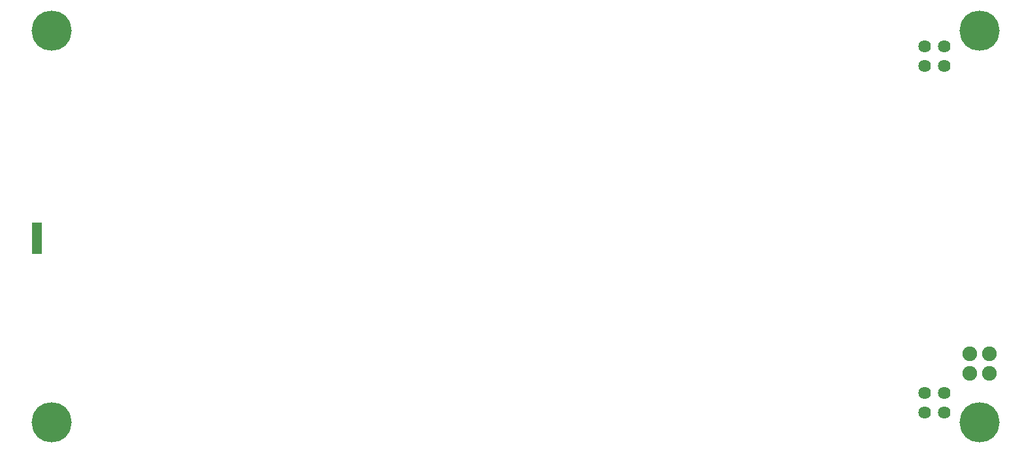
<source format=gts>
G04 Layer: TopSolderMaskLayer*
G04 EasyEDA v6.5.29, 2023-07-09 11:22:14*
G04 cfc9732f681849a493c23aee7f3b8659,5a6b42c53f6a479593ecc07194224c93,10*
G04 Gerber Generator version 0.2*
G04 Scale: 100 percent, Rotated: No, Reflected: No *
G04 Dimensions in millimeters *
G04 leading zeros omitted , absolute positions ,4 integer and 5 decimal *
%FSLAX45Y45*%
%MOMM*%

%ADD10C,5.2032*%
%ADD11C,1.6256*%
%ADD12C,1.9016*%

%LPD*%
D10*
G01*
X12405106Y381000D03*
G01*
X12405106Y5461000D03*
G01*
X381000Y381000D03*
G01*
X381000Y5461000D03*
D11*
G01*
X11693880Y762000D03*
G01*
X11947880Y762000D03*
G01*
X11947880Y508000D03*
G01*
X11693880Y508000D03*
G01*
X11693906Y5257800D03*
G01*
X11947906Y5257800D03*
G01*
X11947906Y5003800D03*
G01*
X11693906Y5003800D03*
D12*
G01*
X12532080Y1016000D03*
G01*
X12278080Y1016000D03*
G01*
X12278080Y1270000D03*
G01*
X12532080Y1270000D03*
G36*
X127000Y2971800D02*
G01*
X254000Y2971800D01*
X254000Y2565400D01*
X127000Y2565400D01*
G37*
M02*

</source>
